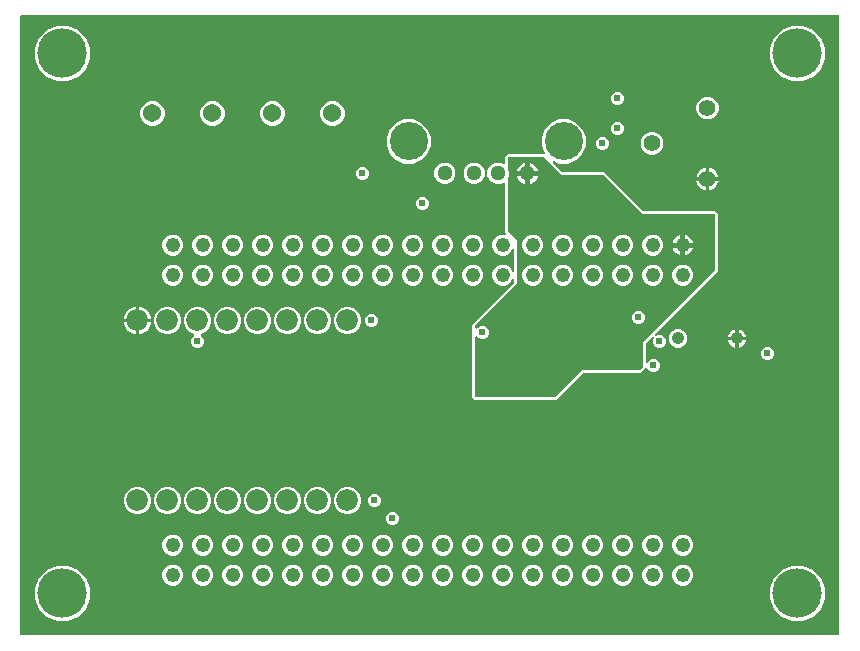
<source format=gbr>
G04 EAGLE Gerber RS-274X export*
G75*
%MOMM*%
%FSLAX34Y34*%
%LPD*%
%INCopper Layer 15*%
%IPPOS*%
%AMOC8*
5,1,8,0,0,1.08239X$1,22.5*%
G01*
%ADD10C,1.540000*%
%ADD11C,1.288000*%
%ADD12C,3.220000*%
%ADD13C,1.400000*%
%ADD14C,1.848000*%
%ADD15C,1.244600*%
%ADD16C,1.054800*%
%ADD17C,4.191000*%
%ADD18C,0.609600*%

G36*
X695018Y2544D02*
X695018Y2544D01*
X695037Y2542D01*
X695139Y2564D01*
X695241Y2580D01*
X695258Y2590D01*
X695278Y2594D01*
X695367Y2647D01*
X695458Y2696D01*
X695472Y2710D01*
X695489Y2720D01*
X695556Y2799D01*
X695628Y2874D01*
X695636Y2892D01*
X695649Y2907D01*
X695688Y3003D01*
X695731Y3097D01*
X695733Y3117D01*
X695741Y3135D01*
X695759Y3302D01*
X695759Y526798D01*
X695756Y526818D01*
X695758Y526837D01*
X695736Y526939D01*
X695720Y527041D01*
X695710Y527058D01*
X695706Y527078D01*
X695653Y527167D01*
X695604Y527258D01*
X695590Y527272D01*
X695580Y527289D01*
X695501Y527356D01*
X695426Y527428D01*
X695408Y527436D01*
X695393Y527449D01*
X695297Y527488D01*
X695203Y527531D01*
X695183Y527533D01*
X695165Y527541D01*
X694998Y527559D01*
X3302Y527559D01*
X3282Y527556D01*
X3263Y527558D01*
X3161Y527536D01*
X3059Y527520D01*
X3042Y527510D01*
X3022Y527506D01*
X2933Y527453D01*
X2842Y527404D01*
X2828Y527390D01*
X2811Y527380D01*
X2744Y527301D01*
X2672Y527226D01*
X2664Y527208D01*
X2651Y527193D01*
X2612Y527097D01*
X2569Y527003D01*
X2567Y526983D01*
X2559Y526965D01*
X2541Y526798D01*
X2541Y3302D01*
X2544Y3282D01*
X2542Y3263D01*
X2564Y3161D01*
X2580Y3059D01*
X2590Y3042D01*
X2594Y3022D01*
X2647Y2933D01*
X2696Y2842D01*
X2710Y2828D01*
X2720Y2811D01*
X2799Y2744D01*
X2874Y2672D01*
X2892Y2664D01*
X2907Y2651D01*
X3003Y2612D01*
X3097Y2569D01*
X3117Y2567D01*
X3135Y2559D01*
X3302Y2541D01*
X694998Y2541D01*
X695018Y2544D01*
G37*
%LPC*%
G36*
X387042Y201929D02*
X387042Y201929D01*
X384809Y204162D01*
X384809Y265738D01*
X420146Y301076D01*
X420199Y301149D01*
X420259Y301219D01*
X420271Y301249D01*
X420290Y301275D01*
X420317Y301362D01*
X420351Y301447D01*
X420355Y301488D01*
X420362Y301510D01*
X420361Y301543D01*
X420369Y301614D01*
X420369Y303975D01*
X420354Y304071D01*
X420344Y304168D01*
X420334Y304191D01*
X420330Y304217D01*
X420284Y304303D01*
X420244Y304392D01*
X420227Y304412D01*
X420214Y304435D01*
X420144Y304502D01*
X420078Y304573D01*
X420055Y304586D01*
X420036Y304604D01*
X419948Y304645D01*
X419862Y304692D01*
X419837Y304697D01*
X419813Y304708D01*
X419716Y304718D01*
X419620Y304736D01*
X419594Y304732D01*
X419569Y304735D01*
X419473Y304714D01*
X419377Y304700D01*
X419354Y304688D01*
X419328Y304682D01*
X419245Y304633D01*
X419158Y304588D01*
X419139Y304570D01*
X419117Y304556D01*
X419054Y304482D01*
X418986Y304413D01*
X418970Y304384D01*
X418957Y304369D01*
X418945Y304339D01*
X418905Y304266D01*
X418230Y302636D01*
X415764Y300170D01*
X412543Y298836D01*
X409057Y298836D01*
X405836Y300170D01*
X403370Y302636D01*
X402036Y305857D01*
X402036Y309343D01*
X403370Y312564D01*
X405836Y315030D01*
X409057Y316364D01*
X412543Y316364D01*
X415764Y315030D01*
X418230Y312564D01*
X418905Y310934D01*
X418956Y310851D01*
X419002Y310765D01*
X419020Y310747D01*
X419034Y310725D01*
X419110Y310663D01*
X419180Y310596D01*
X419204Y310585D01*
X419224Y310568D01*
X419315Y310533D01*
X419403Y310492D01*
X419429Y310489D01*
X419453Y310480D01*
X419551Y310476D01*
X419647Y310465D01*
X419673Y310471D01*
X419699Y310470D01*
X419793Y310497D01*
X419888Y310518D01*
X419910Y310531D01*
X419935Y310538D01*
X420015Y310594D01*
X420099Y310644D01*
X420116Y310664D01*
X420137Y310678D01*
X420196Y310757D01*
X420259Y310831D01*
X420269Y310855D01*
X420284Y310876D01*
X420314Y310968D01*
X420351Y311059D01*
X420354Y311091D01*
X420360Y311110D01*
X420360Y311143D01*
X420369Y311225D01*
X420369Y329375D01*
X420354Y329471D01*
X420344Y329568D01*
X420334Y329591D01*
X420330Y329617D01*
X420284Y329703D01*
X420244Y329792D01*
X420227Y329812D01*
X420214Y329835D01*
X420144Y329902D01*
X420078Y329973D01*
X420055Y329986D01*
X420036Y330004D01*
X419948Y330045D01*
X419862Y330092D01*
X419837Y330097D01*
X419813Y330108D01*
X419716Y330118D01*
X419620Y330136D01*
X419594Y330132D01*
X419569Y330135D01*
X419473Y330114D01*
X419377Y330100D01*
X419354Y330088D01*
X419328Y330082D01*
X419245Y330033D01*
X419158Y329988D01*
X419139Y329970D01*
X419117Y329956D01*
X419054Y329882D01*
X418986Y329813D01*
X418970Y329784D01*
X418957Y329769D01*
X418945Y329739D01*
X418905Y329666D01*
X418230Y328036D01*
X415764Y325570D01*
X412543Y324236D01*
X409057Y324236D01*
X405836Y325570D01*
X403370Y328036D01*
X402036Y331257D01*
X402036Y334743D01*
X403370Y337964D01*
X405836Y340430D01*
X409057Y341764D01*
X412543Y341764D01*
X412940Y341599D01*
X413035Y341577D01*
X413128Y341548D01*
X413154Y341549D01*
X413180Y341543D01*
X413277Y341552D01*
X413374Y341555D01*
X413399Y341564D01*
X413425Y341566D01*
X413514Y341606D01*
X413605Y341639D01*
X413626Y341655D01*
X413650Y341666D01*
X413721Y341732D01*
X413797Y341793D01*
X413811Y341815D01*
X413831Y341833D01*
X413877Y341918D01*
X413930Y342000D01*
X413937Y342025D01*
X413949Y342048D01*
X413967Y342144D01*
X413990Y342238D01*
X413988Y342264D01*
X413993Y342290D01*
X413979Y342387D01*
X413971Y342483D01*
X413961Y342508D01*
X413957Y342533D01*
X413913Y342620D01*
X413875Y342710D01*
X413854Y342735D01*
X413846Y342753D01*
X413822Y342776D01*
X413770Y342841D01*
X412749Y343862D01*
X412749Y385304D01*
X412742Y385350D01*
X412744Y385395D01*
X412722Y385470D01*
X412710Y385547D01*
X412688Y385588D01*
X412675Y385632D01*
X412631Y385696D01*
X412594Y385764D01*
X412561Y385796D01*
X412535Y385834D01*
X412473Y385880D01*
X412416Y385934D01*
X412374Y385953D01*
X412338Y385981D01*
X412264Y386005D01*
X412193Y386037D01*
X412147Y386043D01*
X412104Y386057D01*
X412026Y386056D01*
X411949Y386065D01*
X411904Y386055D01*
X411858Y386054D01*
X411726Y386016D01*
X411708Y386012D01*
X411704Y386010D01*
X411697Y386008D01*
X408586Y384719D01*
X405014Y384719D01*
X401713Y386087D01*
X399187Y388613D01*
X397819Y391914D01*
X397819Y395486D01*
X399187Y398787D01*
X401713Y401313D01*
X405014Y402681D01*
X408586Y402681D01*
X411697Y401392D01*
X411741Y401382D01*
X411783Y401363D01*
X411860Y401354D01*
X411936Y401336D01*
X411982Y401341D01*
X412027Y401335D01*
X412104Y401352D01*
X412181Y401359D01*
X412223Y401378D01*
X412268Y401388D01*
X412335Y401428D01*
X412406Y401459D01*
X412440Y401490D01*
X412479Y401514D01*
X412530Y401573D01*
X412587Y401626D01*
X412609Y401666D01*
X412639Y401701D01*
X412668Y401773D01*
X412705Y401841D01*
X412714Y401886D01*
X412731Y401929D01*
X412746Y402065D01*
X412749Y402083D01*
X412748Y402088D01*
X412749Y402096D01*
X412749Y407978D01*
X414982Y410211D01*
X445570Y410211D01*
X445616Y410218D01*
X445662Y410216D01*
X445736Y410238D01*
X445813Y410250D01*
X445854Y410272D01*
X445898Y410285D01*
X445962Y410329D01*
X446030Y410366D01*
X446062Y410399D01*
X446100Y410425D01*
X446146Y410488D01*
X446200Y410544D01*
X446219Y410586D01*
X446247Y410622D01*
X446271Y410696D01*
X446303Y410767D01*
X446309Y410813D01*
X446323Y410856D01*
X446322Y410934D01*
X446331Y411011D01*
X446321Y411056D01*
X446320Y411102D01*
X446282Y411234D01*
X446278Y411252D01*
X446276Y411256D01*
X446274Y411263D01*
X443859Y417092D01*
X443859Y424508D01*
X446697Y431359D01*
X451941Y436603D01*
X458792Y439441D01*
X466208Y439441D01*
X473059Y436603D01*
X478303Y431359D01*
X481141Y424508D01*
X481141Y417092D01*
X478303Y410241D01*
X473059Y404997D01*
X466208Y402159D01*
X458792Y402159D01*
X454369Y403991D01*
X454274Y404014D01*
X454181Y404042D01*
X454155Y404042D01*
X454129Y404048D01*
X454033Y404038D01*
X453935Y404036D01*
X453911Y404027D01*
X453885Y404024D01*
X453796Y403985D01*
X453704Y403951D01*
X453684Y403935D01*
X453660Y403924D01*
X453588Y403859D01*
X453512Y403798D01*
X453498Y403776D01*
X453479Y403758D01*
X453432Y403673D01*
X453379Y403591D01*
X453373Y403566D01*
X453360Y403543D01*
X453343Y403447D01*
X453319Y403352D01*
X453321Y403326D01*
X453316Y403301D01*
X453331Y403204D01*
X453338Y403107D01*
X453348Y403083D01*
X453352Y403057D01*
X453397Y402970D01*
X453435Y402881D01*
X453455Y402855D01*
X453464Y402838D01*
X453487Y402815D01*
X453539Y402750D01*
X461096Y395194D01*
X461169Y395141D01*
X461239Y395081D01*
X461269Y395069D01*
X461295Y395050D01*
X461382Y395023D01*
X461467Y394989D01*
X461508Y394985D01*
X461530Y394978D01*
X461563Y394979D01*
X461634Y394971D01*
X496878Y394971D01*
X529676Y362174D01*
X529749Y362121D01*
X529819Y362061D01*
X529849Y362049D01*
X529875Y362030D01*
X529962Y362003D01*
X530047Y361969D01*
X530088Y361965D01*
X530110Y361958D01*
X530143Y361959D01*
X530214Y361951D01*
X590858Y361951D01*
X593091Y359718D01*
X593091Y310842D01*
X572856Y290606D01*
X572855Y290606D01*
X539776Y257527D01*
X539720Y257448D01*
X539657Y257373D01*
X539648Y257349D01*
X539633Y257327D01*
X539604Y257234D01*
X539569Y257144D01*
X539568Y257117D01*
X539560Y257092D01*
X539563Y256995D01*
X539559Y256898D01*
X539566Y256873D01*
X539567Y256846D01*
X539600Y256755D01*
X539627Y256662D01*
X539642Y256640D01*
X539651Y256615D01*
X539712Y256539D01*
X539768Y256459D01*
X539789Y256444D01*
X539805Y256423D01*
X539887Y256371D01*
X539965Y256313D01*
X539990Y256305D01*
X540012Y256290D01*
X540106Y256267D01*
X540199Y256237D01*
X540225Y256237D01*
X540250Y256230D01*
X540347Y256238D01*
X540445Y256239D01*
X540476Y256248D01*
X540496Y256250D01*
X540526Y256262D01*
X540606Y256286D01*
X542448Y257049D01*
X544672Y257049D01*
X546726Y256198D01*
X548298Y254626D01*
X549149Y252572D01*
X549149Y250348D01*
X548298Y248294D01*
X546726Y246722D01*
X544672Y245871D01*
X542448Y245871D01*
X540394Y246722D01*
X538822Y248294D01*
X537971Y250348D01*
X537971Y252572D01*
X538734Y254414D01*
X538757Y254509D01*
X538785Y254602D01*
X538785Y254628D01*
X538791Y254653D01*
X538781Y254750D01*
X538779Y254848D01*
X538770Y254872D01*
X538767Y254898D01*
X538728Y254987D01*
X538694Y255079D01*
X538678Y255099D01*
X538667Y255123D01*
X538602Y255195D01*
X538541Y255271D01*
X538519Y255285D01*
X538501Y255304D01*
X538416Y255351D01*
X538334Y255404D01*
X538308Y255410D01*
X538286Y255423D01*
X538190Y255440D01*
X538095Y255464D01*
X538069Y255462D01*
X538043Y255466D01*
X537947Y255452D01*
X537850Y255445D01*
X537826Y255435D01*
X537800Y255431D01*
X537713Y255386D01*
X537624Y255348D01*
X537598Y255328D01*
X537581Y255319D01*
X537558Y255296D01*
X537493Y255244D01*
X532354Y250105D01*
X532301Y250031D01*
X532241Y249961D01*
X532229Y249931D01*
X532210Y249905D01*
X532183Y249818D01*
X532149Y249733D01*
X532145Y249692D01*
X532138Y249670D01*
X532139Y249638D01*
X532131Y249566D01*
X532131Y234243D01*
X532146Y234147D01*
X532156Y234050D01*
X532166Y234026D01*
X532170Y234000D01*
X532216Y233914D01*
X532256Y233825D01*
X532273Y233806D01*
X532286Y233782D01*
X532356Y233716D01*
X532422Y233644D01*
X532445Y233631D01*
X532464Y233613D01*
X532552Y233572D01*
X532638Y233525D01*
X532663Y233520D01*
X532687Y233509D01*
X532784Y233499D01*
X532880Y233481D01*
X532906Y233485D01*
X532931Y233482D01*
X533026Y233503D01*
X533123Y233517D01*
X533146Y233529D01*
X533172Y233535D01*
X533255Y233585D01*
X533342Y233629D01*
X533361Y233647D01*
X533383Y233661D01*
X533446Y233735D01*
X533514Y233804D01*
X533530Y233833D01*
X533543Y233848D01*
X533555Y233879D01*
X533595Y233951D01*
X533742Y234306D01*
X535314Y235878D01*
X537368Y236729D01*
X539592Y236729D01*
X541646Y235878D01*
X543218Y234306D01*
X544069Y232252D01*
X544069Y230028D01*
X543218Y227974D01*
X541646Y226402D01*
X539592Y225551D01*
X537368Y225551D01*
X535314Y226402D01*
X533742Y227974D01*
X533241Y229183D01*
X533217Y229223D01*
X533201Y229266D01*
X533153Y229326D01*
X533112Y229393D01*
X533076Y229422D01*
X533048Y229458D01*
X532982Y229500D01*
X532922Y229549D01*
X532879Y229566D01*
X532841Y229591D01*
X532765Y229610D01*
X532693Y229638D01*
X532647Y229639D01*
X532602Y229651D01*
X532525Y229645D01*
X532447Y229648D01*
X532403Y229635D01*
X532357Y229632D01*
X532285Y229601D01*
X532211Y229579D01*
X532173Y229553D01*
X532131Y229535D01*
X532024Y229450D01*
X532008Y229439D01*
X532005Y229435D01*
X532000Y229430D01*
X529814Y227244D01*
X527358Y224789D01*
X479414Y224789D01*
X479324Y224775D01*
X479233Y224767D01*
X479203Y224755D01*
X479171Y224750D01*
X479090Y224707D01*
X479006Y224671D01*
X478974Y224645D01*
X478954Y224634D01*
X478931Y224611D01*
X478876Y224566D01*
X456238Y201929D01*
X387042Y201929D01*
G37*
%LPD*%
G36*
X454758Y204483D02*
X454758Y204483D01*
X454857Y204486D01*
X454915Y204503D01*
X454976Y204511D01*
X455068Y204547D01*
X455163Y204575D01*
X455215Y204605D01*
X455271Y204628D01*
X455351Y204686D01*
X455437Y204736D01*
X455512Y204802D01*
X455529Y204814D01*
X455536Y204824D01*
X455558Y204843D01*
X478046Y227331D01*
X525780Y227331D01*
X525878Y227343D01*
X525977Y227346D01*
X526035Y227363D01*
X526096Y227371D01*
X526188Y227407D01*
X526283Y227435D01*
X526335Y227465D01*
X526391Y227488D01*
X526471Y227546D01*
X526557Y227596D01*
X526632Y227662D01*
X526649Y227674D01*
X526656Y227684D01*
X526678Y227703D01*
X529218Y230243D01*
X529278Y230321D01*
X529346Y230393D01*
X529371Y230438D01*
X529376Y230444D01*
X529380Y230452D01*
X529412Y230494D01*
X529452Y230585D01*
X529500Y230671D01*
X529515Y230730D01*
X529539Y230786D01*
X529554Y230884D01*
X529579Y230979D01*
X529585Y231079D01*
X529589Y231100D01*
X529587Y231112D01*
X529589Y231140D01*
X529589Y250934D01*
X590178Y311523D01*
X590238Y311601D01*
X590306Y311673D01*
X590335Y311726D01*
X590372Y311774D01*
X590412Y311865D01*
X590460Y311951D01*
X590475Y312010D01*
X590499Y312066D01*
X590514Y312164D01*
X590539Y312259D01*
X590545Y312359D01*
X590549Y312380D01*
X590547Y312392D01*
X590549Y312420D01*
X590549Y358140D01*
X590534Y358258D01*
X590527Y358377D01*
X590514Y358415D01*
X590509Y358456D01*
X590466Y358566D01*
X590429Y358679D01*
X590407Y358714D01*
X590392Y358751D01*
X590323Y358847D01*
X590259Y358948D01*
X590229Y358976D01*
X590206Y359009D01*
X590114Y359085D01*
X590027Y359166D01*
X589992Y359186D01*
X589961Y359211D01*
X589853Y359262D01*
X589749Y359320D01*
X589709Y359330D01*
X589673Y359347D01*
X589556Y359369D01*
X589441Y359399D01*
X589381Y359403D01*
X589361Y359407D01*
X589340Y359405D01*
X589280Y359409D01*
X528846Y359409D01*
X496198Y392058D01*
X496119Y392118D01*
X496047Y392186D01*
X495994Y392215D01*
X495946Y392252D01*
X495855Y392292D01*
X495769Y392340D01*
X495710Y392355D01*
X495654Y392379D01*
X495556Y392394D01*
X495461Y392419D01*
X495361Y392425D01*
X495340Y392429D01*
X495328Y392427D01*
X495300Y392429D01*
X460266Y392429D01*
X445398Y407298D01*
X445319Y407358D01*
X445247Y407426D01*
X445194Y407455D01*
X445146Y407492D01*
X445055Y407532D01*
X444969Y407580D01*
X444910Y407595D01*
X444854Y407619D01*
X444756Y407634D01*
X444661Y407659D01*
X444561Y407665D01*
X444540Y407669D01*
X444528Y407667D01*
X444500Y407669D01*
X416560Y407669D01*
X416442Y407654D01*
X416323Y407647D01*
X416285Y407634D01*
X416244Y407629D01*
X416134Y407586D01*
X416021Y407549D01*
X415986Y407527D01*
X415949Y407512D01*
X415853Y407443D01*
X415752Y407379D01*
X415724Y407349D01*
X415691Y407326D01*
X415616Y407234D01*
X415534Y407147D01*
X415514Y407112D01*
X415489Y407081D01*
X415438Y406973D01*
X415380Y406869D01*
X415370Y406829D01*
X415353Y406793D01*
X415331Y406676D01*
X415301Y406561D01*
X415297Y406501D01*
X415293Y406481D01*
X415295Y406460D01*
X415291Y406400D01*
X415291Y396922D01*
X415292Y396913D01*
X415291Y396903D01*
X415312Y396755D01*
X415331Y396606D01*
X415334Y396598D01*
X415335Y396588D01*
X415387Y396436D01*
X415781Y395486D01*
X415781Y391914D01*
X415387Y390964D01*
X415385Y390955D01*
X415380Y390947D01*
X415343Y390802D01*
X415303Y390657D01*
X415303Y390648D01*
X415301Y390639D01*
X415291Y390478D01*
X415291Y345440D01*
X415303Y345342D01*
X415306Y345243D01*
X415323Y345185D01*
X415331Y345124D01*
X415367Y345032D01*
X415395Y344937D01*
X415425Y344885D01*
X415448Y344829D01*
X415506Y344749D01*
X415556Y344663D01*
X415622Y344588D01*
X415634Y344571D01*
X415644Y344564D01*
X415663Y344543D01*
X422911Y337294D01*
X422911Y300246D01*
X387723Y265058D01*
X387662Y264979D01*
X387594Y264907D01*
X387565Y264854D01*
X387528Y264806D01*
X387488Y264715D01*
X387440Y264629D01*
X387425Y264570D01*
X387401Y264514D01*
X387386Y264416D01*
X387361Y264321D01*
X387355Y264221D01*
X387351Y264200D01*
X387353Y264188D01*
X387351Y264160D01*
X387351Y263699D01*
X387368Y263561D01*
X387381Y263422D01*
X387388Y263403D01*
X387391Y263383D01*
X387442Y263254D01*
X387489Y263123D01*
X387500Y263106D01*
X387508Y263087D01*
X387589Y262975D01*
X387667Y262860D01*
X387683Y262846D01*
X387694Y262830D01*
X387802Y262741D01*
X387906Y262649D01*
X387924Y262640D01*
X387939Y262627D01*
X388065Y262568D01*
X388189Y262505D01*
X388209Y262500D01*
X388227Y262492D01*
X388364Y262466D01*
X388499Y262435D01*
X388520Y262436D01*
X388540Y262432D01*
X388678Y262441D01*
X388817Y262445D01*
X388837Y262450D01*
X388857Y262452D01*
X388989Y262494D01*
X389123Y262533D01*
X389140Y262544D01*
X389159Y262550D01*
X389277Y262624D01*
X389397Y262695D01*
X389418Y262713D01*
X389428Y262720D01*
X389442Y262735D01*
X389518Y262801D01*
X390534Y263818D01*
X392588Y264669D01*
X394812Y264669D01*
X396866Y263818D01*
X398438Y262246D01*
X399289Y260192D01*
X399289Y257968D01*
X398438Y255914D01*
X396866Y254342D01*
X394812Y253491D01*
X392588Y253491D01*
X390534Y254342D01*
X389518Y255359D01*
X389408Y255444D01*
X389301Y255533D01*
X389282Y255541D01*
X389266Y255554D01*
X389139Y255609D01*
X389013Y255668D01*
X388993Y255672D01*
X388974Y255680D01*
X388836Y255702D01*
X388701Y255728D01*
X388680Y255727D01*
X388660Y255730D01*
X388521Y255717D01*
X388383Y255708D01*
X388364Y255702D01*
X388344Y255700D01*
X388212Y255653D01*
X388081Y255610D01*
X388063Y255599D01*
X388044Y255593D01*
X387929Y255514D01*
X387812Y255440D01*
X387798Y255425D01*
X387781Y255414D01*
X387689Y255310D01*
X387594Y255208D01*
X387584Y255191D01*
X387571Y255176D01*
X387508Y255052D01*
X387440Y254930D01*
X387435Y254910D01*
X387426Y254892D01*
X387396Y254756D01*
X387361Y254622D01*
X387359Y254594D01*
X387357Y254582D01*
X387357Y254562D01*
X387351Y254461D01*
X387351Y205740D01*
X387366Y205622D01*
X387373Y205503D01*
X387386Y205465D01*
X387391Y205424D01*
X387434Y205314D01*
X387471Y205201D01*
X387493Y205166D01*
X387508Y205129D01*
X387578Y205033D01*
X387641Y204932D01*
X387671Y204904D01*
X387694Y204871D01*
X387786Y204796D01*
X387873Y204714D01*
X387908Y204694D01*
X387939Y204669D01*
X388047Y204618D01*
X388151Y204560D01*
X388191Y204550D01*
X388227Y204533D01*
X388344Y204511D01*
X388459Y204481D01*
X388520Y204477D01*
X388540Y204473D01*
X388560Y204475D01*
X388620Y204471D01*
X454660Y204471D01*
X454758Y204483D01*
G37*
%LPC*%
G36*
X655726Y14604D02*
X655726Y14604D01*
X647091Y18181D01*
X640481Y24791D01*
X636904Y33426D01*
X636904Y42774D01*
X640481Y51409D01*
X647091Y58019D01*
X655726Y61596D01*
X665074Y61596D01*
X673709Y58019D01*
X680319Y51409D01*
X683896Y42774D01*
X683896Y33426D01*
X680319Y24791D01*
X673709Y18181D01*
X665074Y14604D01*
X655726Y14604D01*
G37*
%LPD*%
%LPC*%
G36*
X33426Y14604D02*
X33426Y14604D01*
X24791Y18181D01*
X18181Y24791D01*
X14604Y33426D01*
X14604Y42774D01*
X18181Y51409D01*
X24791Y58019D01*
X33426Y61596D01*
X42774Y61596D01*
X51409Y58019D01*
X58019Y51409D01*
X61596Y42774D01*
X61596Y33426D01*
X58019Y24791D01*
X51409Y18181D01*
X42774Y14604D01*
X33426Y14604D01*
G37*
%LPD*%
%LPC*%
G36*
X33426Y471804D02*
X33426Y471804D01*
X24791Y475381D01*
X18181Y481991D01*
X14604Y490626D01*
X14604Y499974D01*
X18181Y508609D01*
X24791Y515219D01*
X33426Y518796D01*
X42774Y518796D01*
X51409Y515219D01*
X58019Y508609D01*
X61596Y499974D01*
X61596Y490626D01*
X58019Y481991D01*
X51409Y475381D01*
X42774Y471804D01*
X33426Y471804D01*
G37*
%LPD*%
%LPC*%
G36*
X655726Y471804D02*
X655726Y471804D01*
X647091Y475381D01*
X640481Y481991D01*
X636904Y490626D01*
X636904Y499974D01*
X640481Y508609D01*
X647091Y515219D01*
X655726Y518796D01*
X665074Y518796D01*
X673709Y515219D01*
X680319Y508609D01*
X683896Y499974D01*
X683896Y490626D01*
X680319Y481991D01*
X673709Y475381D01*
X665074Y471804D01*
X655726Y471804D01*
G37*
%LPD*%
%LPC*%
G36*
X327392Y402159D02*
X327392Y402159D01*
X320541Y404997D01*
X315297Y410241D01*
X312459Y417092D01*
X312459Y424508D01*
X315297Y431359D01*
X320541Y436603D01*
X327392Y439441D01*
X334808Y439441D01*
X341659Y436603D01*
X346903Y431359D01*
X349741Y424508D01*
X349741Y417092D01*
X346903Y410241D01*
X341659Y404997D01*
X334808Y402159D01*
X327392Y402159D01*
G37*
%LPD*%
%LPC*%
G36*
X151288Y245871D02*
X151288Y245871D01*
X149234Y246722D01*
X147662Y248294D01*
X146811Y250348D01*
X146811Y252572D01*
X147662Y254626D01*
X149234Y256198D01*
X149470Y256296D01*
X149531Y256333D01*
X149597Y256363D01*
X149635Y256398D01*
X149679Y256425D01*
X149725Y256480D01*
X149778Y256529D01*
X149803Y256575D01*
X149836Y256615D01*
X149862Y256682D01*
X149896Y256744D01*
X149906Y256796D01*
X149924Y256844D01*
X149927Y256916D01*
X149940Y256987D01*
X149932Y257038D01*
X149935Y257090D01*
X149915Y257159D01*
X149904Y257230D01*
X149881Y257276D01*
X149866Y257326D01*
X149825Y257385D01*
X149793Y257449D01*
X149756Y257486D01*
X149726Y257528D01*
X149668Y257571D01*
X149617Y257621D01*
X149554Y257656D01*
X149528Y257675D01*
X149506Y257682D01*
X149470Y257702D01*
X145727Y259253D01*
X142413Y262567D01*
X140619Y266897D01*
X140619Y271583D01*
X142413Y275913D01*
X145727Y279227D01*
X150057Y281021D01*
X154743Y281021D01*
X159073Y279227D01*
X162387Y275913D01*
X164181Y271583D01*
X164181Y266897D01*
X162387Y262567D01*
X159073Y259253D01*
X155330Y257702D01*
X155269Y257664D01*
X155203Y257635D01*
X155165Y257600D01*
X155121Y257573D01*
X155075Y257517D01*
X155022Y257469D01*
X154997Y257423D01*
X154964Y257383D01*
X154938Y257316D01*
X154904Y257253D01*
X154894Y257202D01*
X154876Y257154D01*
X154873Y257082D01*
X154860Y257011D01*
X154868Y256960D01*
X154865Y256908D01*
X154885Y256839D01*
X154896Y256768D01*
X154919Y256722D01*
X154934Y256672D01*
X154975Y256613D01*
X155007Y256549D01*
X155044Y256512D01*
X155074Y256469D01*
X155132Y256427D01*
X155183Y256376D01*
X155246Y256342D01*
X155272Y256323D01*
X155294Y256315D01*
X155330Y256296D01*
X155566Y256198D01*
X157138Y254626D01*
X157989Y252572D01*
X157989Y250348D01*
X157138Y248294D01*
X155566Y246722D01*
X153512Y245871D01*
X151288Y245871D01*
G37*
%LPD*%
%LPC*%
G36*
X124657Y257459D02*
X124657Y257459D01*
X120327Y259253D01*
X117013Y262567D01*
X115219Y266897D01*
X115219Y271583D01*
X117013Y275913D01*
X120327Y279227D01*
X124657Y281021D01*
X129343Y281021D01*
X133673Y279227D01*
X136987Y275913D01*
X138781Y271583D01*
X138781Y266897D01*
X136987Y262567D01*
X133673Y259253D01*
X129343Y257459D01*
X124657Y257459D01*
G37*
%LPD*%
%LPC*%
G36*
X277057Y105059D02*
X277057Y105059D01*
X272727Y106853D01*
X269413Y110167D01*
X267619Y114497D01*
X267619Y119183D01*
X269413Y123513D01*
X272727Y126827D01*
X277057Y128621D01*
X281743Y128621D01*
X286073Y126827D01*
X289387Y123513D01*
X291181Y119183D01*
X291181Y114497D01*
X289387Y110167D01*
X286073Y106853D01*
X281743Y105059D01*
X277057Y105059D01*
G37*
%LPD*%
%LPC*%
G36*
X200857Y257459D02*
X200857Y257459D01*
X196527Y259253D01*
X193213Y262567D01*
X191419Y266897D01*
X191419Y271583D01*
X193213Y275913D01*
X196527Y279227D01*
X200857Y281021D01*
X205543Y281021D01*
X209873Y279227D01*
X213187Y275913D01*
X214981Y271583D01*
X214981Y266897D01*
X213187Y262567D01*
X209873Y259253D01*
X205543Y257459D01*
X200857Y257459D01*
G37*
%LPD*%
%LPC*%
G36*
X124657Y105059D02*
X124657Y105059D01*
X120327Y106853D01*
X117013Y110167D01*
X115219Y114497D01*
X115219Y119183D01*
X117013Y123513D01*
X120327Y126827D01*
X124657Y128621D01*
X129343Y128621D01*
X133673Y126827D01*
X136987Y123513D01*
X138781Y119183D01*
X138781Y114497D01*
X136987Y110167D01*
X133673Y106853D01*
X129343Y105059D01*
X124657Y105059D01*
G37*
%LPD*%
%LPC*%
G36*
X150057Y105059D02*
X150057Y105059D01*
X145727Y106853D01*
X142413Y110167D01*
X140619Y114497D01*
X140619Y119183D01*
X142413Y123513D01*
X145727Y126827D01*
X150057Y128621D01*
X154743Y128621D01*
X159073Y126827D01*
X162387Y123513D01*
X164181Y119183D01*
X164181Y114497D01*
X162387Y110167D01*
X159073Y106853D01*
X154743Y105059D01*
X150057Y105059D01*
G37*
%LPD*%
%LPC*%
G36*
X226257Y257459D02*
X226257Y257459D01*
X221927Y259253D01*
X218613Y262567D01*
X216819Y266897D01*
X216819Y271583D01*
X218613Y275913D01*
X221927Y279227D01*
X226257Y281021D01*
X230943Y281021D01*
X235273Y279227D01*
X238587Y275913D01*
X240381Y271583D01*
X240381Y266897D01*
X238587Y262567D01*
X235273Y259253D01*
X230943Y257459D01*
X226257Y257459D01*
G37*
%LPD*%
%LPC*%
G36*
X175457Y105059D02*
X175457Y105059D01*
X171127Y106853D01*
X167813Y110167D01*
X166019Y114497D01*
X166019Y119183D01*
X167813Y123513D01*
X171127Y126827D01*
X175457Y128621D01*
X180143Y128621D01*
X184473Y126827D01*
X187787Y123513D01*
X189581Y119183D01*
X189581Y114497D01*
X187787Y110167D01*
X184473Y106853D01*
X180143Y105059D01*
X175457Y105059D01*
G37*
%LPD*%
%LPC*%
G36*
X200857Y105059D02*
X200857Y105059D01*
X196527Y106853D01*
X193213Y110167D01*
X191419Y114497D01*
X191419Y119183D01*
X193213Y123513D01*
X196527Y126827D01*
X200857Y128621D01*
X205543Y128621D01*
X209873Y126827D01*
X213187Y123513D01*
X214981Y119183D01*
X214981Y114497D01*
X213187Y110167D01*
X209873Y106853D01*
X205543Y105059D01*
X200857Y105059D01*
G37*
%LPD*%
%LPC*%
G36*
X226257Y105059D02*
X226257Y105059D01*
X221927Y106853D01*
X218613Y110167D01*
X216819Y114497D01*
X216819Y119183D01*
X218613Y123513D01*
X221927Y126827D01*
X226257Y128621D01*
X230943Y128621D01*
X235273Y126827D01*
X238587Y123513D01*
X240381Y119183D01*
X240381Y114497D01*
X238587Y110167D01*
X235273Y106853D01*
X230943Y105059D01*
X226257Y105059D01*
G37*
%LPD*%
%LPC*%
G36*
X175457Y257459D02*
X175457Y257459D01*
X171127Y259253D01*
X167813Y262567D01*
X166019Y266897D01*
X166019Y271583D01*
X167813Y275913D01*
X171127Y279227D01*
X175457Y281021D01*
X180143Y281021D01*
X184473Y279227D01*
X187787Y275913D01*
X189581Y271583D01*
X189581Y266897D01*
X187787Y262567D01*
X184473Y259253D01*
X180143Y257459D01*
X175457Y257459D01*
G37*
%LPD*%
%LPC*%
G36*
X251657Y105059D02*
X251657Y105059D01*
X247327Y106853D01*
X244013Y110167D01*
X242219Y114497D01*
X242219Y119183D01*
X244013Y123513D01*
X247327Y126827D01*
X251657Y128621D01*
X256343Y128621D01*
X260673Y126827D01*
X263987Y123513D01*
X265781Y119183D01*
X265781Y114497D01*
X263987Y110167D01*
X260673Y106853D01*
X256343Y105059D01*
X251657Y105059D01*
G37*
%LPD*%
%LPC*%
G36*
X99257Y105059D02*
X99257Y105059D01*
X94927Y106853D01*
X91613Y110167D01*
X89819Y114497D01*
X89819Y119183D01*
X91613Y123513D01*
X94927Y126827D01*
X99257Y128621D01*
X103943Y128621D01*
X108273Y126827D01*
X111587Y123513D01*
X113381Y119183D01*
X113381Y114497D01*
X111587Y110167D01*
X108273Y106853D01*
X103943Y105059D01*
X99257Y105059D01*
G37*
%LPD*%
%LPC*%
G36*
X277057Y257459D02*
X277057Y257459D01*
X272727Y259253D01*
X269413Y262567D01*
X267619Y266897D01*
X267619Y271583D01*
X269413Y275913D01*
X272727Y279227D01*
X277057Y281021D01*
X281743Y281021D01*
X286073Y279227D01*
X289387Y275913D01*
X291181Y271583D01*
X291181Y266897D01*
X289387Y262567D01*
X286073Y259253D01*
X281743Y257459D01*
X277057Y257459D01*
G37*
%LPD*%
%LPC*%
G36*
X251657Y257459D02*
X251657Y257459D01*
X247327Y259253D01*
X244013Y262567D01*
X242219Y266897D01*
X242219Y271583D01*
X244013Y275913D01*
X247327Y279227D01*
X251657Y281021D01*
X256343Y281021D01*
X260673Y279227D01*
X263987Y275913D01*
X265781Y271583D01*
X265781Y266897D01*
X263987Y262567D01*
X260673Y259253D01*
X256343Y257459D01*
X251657Y257459D01*
G37*
%LPD*%
%LPC*%
G36*
X163063Y434259D02*
X163063Y434259D01*
X159299Y435818D01*
X156418Y438699D01*
X154859Y442463D01*
X154859Y446537D01*
X156418Y450301D01*
X159299Y453182D01*
X163063Y454741D01*
X167137Y454741D01*
X170901Y453182D01*
X173782Y450301D01*
X175341Y446537D01*
X175341Y442463D01*
X173782Y438699D01*
X170901Y435818D01*
X167137Y434259D01*
X163063Y434259D01*
G37*
%LPD*%
%LPC*%
G36*
X264663Y434259D02*
X264663Y434259D01*
X260899Y435818D01*
X258018Y438699D01*
X256459Y442463D01*
X256459Y446537D01*
X258018Y450301D01*
X260899Y453182D01*
X264663Y454741D01*
X268737Y454741D01*
X272501Y453182D01*
X275382Y450301D01*
X276941Y446537D01*
X276941Y442463D01*
X275382Y438699D01*
X272501Y435818D01*
X268737Y434259D01*
X264663Y434259D01*
G37*
%LPD*%
%LPC*%
G36*
X112263Y434259D02*
X112263Y434259D01*
X108499Y435818D01*
X105618Y438699D01*
X104059Y442463D01*
X104059Y446537D01*
X105618Y450301D01*
X108499Y453182D01*
X112263Y454741D01*
X116337Y454741D01*
X120101Y453182D01*
X122982Y450301D01*
X124541Y446537D01*
X124541Y442463D01*
X122982Y438699D01*
X120101Y435818D01*
X116337Y434259D01*
X112263Y434259D01*
G37*
%LPD*%
%LPC*%
G36*
X213863Y434259D02*
X213863Y434259D01*
X210099Y435818D01*
X207218Y438699D01*
X205659Y442463D01*
X205659Y446537D01*
X207218Y450301D01*
X210099Y453182D01*
X213863Y454741D01*
X217937Y454741D01*
X221701Y453182D01*
X224582Y450301D01*
X226141Y446537D01*
X226141Y442463D01*
X224582Y438699D01*
X221701Y435818D01*
X217937Y434259D01*
X213863Y434259D01*
G37*
%LPD*%
%LPC*%
G36*
X582302Y439559D02*
X582302Y439559D01*
X578796Y441012D01*
X576112Y443696D01*
X574659Y447202D01*
X574659Y450998D01*
X576112Y454504D01*
X578796Y457188D01*
X582302Y458641D01*
X586098Y458641D01*
X589604Y457188D01*
X592288Y454504D01*
X593741Y450998D01*
X593741Y447202D01*
X592288Y443696D01*
X589604Y441012D01*
X586098Y439559D01*
X582302Y439559D01*
G37*
%LPD*%
%LPC*%
G36*
X535302Y409559D02*
X535302Y409559D01*
X531796Y411012D01*
X529112Y413696D01*
X527659Y417202D01*
X527659Y420998D01*
X529112Y424504D01*
X531796Y427188D01*
X535302Y428641D01*
X539098Y428641D01*
X542604Y427188D01*
X545288Y424504D01*
X546741Y420998D01*
X546741Y417202D01*
X545288Y413696D01*
X542604Y411012D01*
X539098Y409559D01*
X535302Y409559D01*
G37*
%LPD*%
%LPC*%
G36*
X360014Y384719D02*
X360014Y384719D01*
X356713Y386087D01*
X354187Y388613D01*
X352819Y391914D01*
X352819Y395486D01*
X354187Y398787D01*
X356713Y401313D01*
X360014Y402681D01*
X363586Y402681D01*
X366887Y401313D01*
X369413Y398787D01*
X370781Y395486D01*
X370781Y391914D01*
X369413Y388613D01*
X366887Y386087D01*
X363586Y384719D01*
X360014Y384719D01*
G37*
%LPD*%
%LPC*%
G36*
X385014Y384719D02*
X385014Y384719D01*
X381713Y386087D01*
X379187Y388613D01*
X377819Y391914D01*
X377819Y395486D01*
X379187Y398787D01*
X381713Y401313D01*
X385014Y402681D01*
X388586Y402681D01*
X391887Y401313D01*
X394413Y398787D01*
X395781Y395486D01*
X395781Y391914D01*
X394413Y388613D01*
X391887Y386087D01*
X388586Y384719D01*
X385014Y384719D01*
G37*
%LPD*%
%LPC*%
G36*
X434457Y298836D02*
X434457Y298836D01*
X431236Y300170D01*
X428770Y302636D01*
X427436Y305857D01*
X427436Y309343D01*
X428770Y312564D01*
X431236Y315030D01*
X434457Y316364D01*
X437943Y316364D01*
X441164Y315030D01*
X443630Y312564D01*
X444964Y309343D01*
X444964Y305857D01*
X443630Y302636D01*
X441164Y300170D01*
X437943Y298836D01*
X434457Y298836D01*
G37*
%LPD*%
%LPC*%
G36*
X459857Y298836D02*
X459857Y298836D01*
X456636Y300170D01*
X454170Y302636D01*
X452836Y305857D01*
X452836Y309343D01*
X454170Y312564D01*
X456636Y315030D01*
X459857Y316364D01*
X463343Y316364D01*
X466564Y315030D01*
X469030Y312564D01*
X470364Y309343D01*
X470364Y305857D01*
X469030Y302636D01*
X466564Y300170D01*
X463343Y298836D01*
X459857Y298836D01*
G37*
%LPD*%
%LPC*%
G36*
X485257Y298836D02*
X485257Y298836D01*
X482036Y300170D01*
X479570Y302636D01*
X478236Y305857D01*
X478236Y309343D01*
X479570Y312564D01*
X482036Y315030D01*
X485257Y316364D01*
X488743Y316364D01*
X491964Y315030D01*
X494430Y312564D01*
X495764Y309343D01*
X495764Y305857D01*
X494430Y302636D01*
X491964Y300170D01*
X488743Y298836D01*
X485257Y298836D01*
G37*
%LPD*%
%LPC*%
G36*
X510657Y298836D02*
X510657Y298836D01*
X507436Y300170D01*
X504970Y302636D01*
X503636Y305857D01*
X503636Y309343D01*
X504970Y312564D01*
X507436Y315030D01*
X510657Y316364D01*
X514143Y316364D01*
X517364Y315030D01*
X519830Y312564D01*
X521164Y309343D01*
X521164Y305857D01*
X519830Y302636D01*
X517364Y300170D01*
X514143Y298836D01*
X510657Y298836D01*
G37*
%LPD*%
%LPC*%
G36*
X536057Y298836D02*
X536057Y298836D01*
X532836Y300170D01*
X530370Y302636D01*
X529036Y305857D01*
X529036Y309343D01*
X530370Y312564D01*
X532836Y315030D01*
X536057Y316364D01*
X539543Y316364D01*
X542764Y315030D01*
X545230Y312564D01*
X546564Y309343D01*
X546564Y305857D01*
X545230Y302636D01*
X542764Y300170D01*
X539543Y298836D01*
X536057Y298836D01*
G37*
%LPD*%
%LPC*%
G36*
X561457Y298836D02*
X561457Y298836D01*
X558236Y300170D01*
X555770Y302636D01*
X554436Y305857D01*
X554436Y309343D01*
X555770Y312564D01*
X558236Y315030D01*
X561457Y316364D01*
X564943Y316364D01*
X568164Y315030D01*
X570630Y312564D01*
X571964Y309343D01*
X571964Y305857D01*
X570630Y302636D01*
X568164Y300170D01*
X564943Y298836D01*
X561457Y298836D01*
G37*
%LPD*%
%LPC*%
G36*
X434457Y324236D02*
X434457Y324236D01*
X431236Y325570D01*
X428770Y328036D01*
X427436Y331257D01*
X427436Y334743D01*
X428770Y337964D01*
X431236Y340430D01*
X434457Y341764D01*
X437943Y341764D01*
X441164Y340430D01*
X443630Y337964D01*
X444964Y334743D01*
X444964Y331257D01*
X443630Y328036D01*
X441164Y325570D01*
X437943Y324236D01*
X434457Y324236D01*
G37*
%LPD*%
%LPC*%
G36*
X459857Y324236D02*
X459857Y324236D01*
X456636Y325570D01*
X454170Y328036D01*
X452836Y331257D01*
X452836Y334743D01*
X454170Y337964D01*
X456636Y340430D01*
X459857Y341764D01*
X463343Y341764D01*
X466564Y340430D01*
X469030Y337964D01*
X470364Y334743D01*
X470364Y331257D01*
X469030Y328036D01*
X466564Y325570D01*
X463343Y324236D01*
X459857Y324236D01*
G37*
%LPD*%
%LPC*%
G36*
X536057Y324236D02*
X536057Y324236D01*
X532836Y325570D01*
X530370Y328036D01*
X529036Y331257D01*
X529036Y334743D01*
X530370Y337964D01*
X532836Y340430D01*
X536057Y341764D01*
X539543Y341764D01*
X542764Y340430D01*
X545230Y337964D01*
X546564Y334743D01*
X546564Y331257D01*
X545230Y328036D01*
X542764Y325570D01*
X539543Y324236D01*
X536057Y324236D01*
G37*
%LPD*%
%LPC*%
G36*
X510657Y324236D02*
X510657Y324236D01*
X507436Y325570D01*
X504970Y328036D01*
X503636Y331257D01*
X503636Y334743D01*
X504970Y337964D01*
X507436Y340430D01*
X510657Y341764D01*
X514143Y341764D01*
X517364Y340430D01*
X519830Y337964D01*
X521164Y334743D01*
X521164Y331257D01*
X519830Y328036D01*
X517364Y325570D01*
X514143Y324236D01*
X510657Y324236D01*
G37*
%LPD*%
%LPC*%
G36*
X485257Y324236D02*
X485257Y324236D01*
X482036Y325570D01*
X479570Y328036D01*
X478236Y331257D01*
X478236Y334743D01*
X479570Y337964D01*
X482036Y340430D01*
X485257Y341764D01*
X488743Y341764D01*
X491964Y340430D01*
X494430Y337964D01*
X495764Y334743D01*
X495764Y331257D01*
X494430Y328036D01*
X491964Y325570D01*
X488743Y324236D01*
X485257Y324236D01*
G37*
%LPD*%
%LPC*%
G36*
X155057Y324236D02*
X155057Y324236D01*
X151836Y325570D01*
X149370Y328036D01*
X148036Y331257D01*
X148036Y334743D01*
X149370Y337964D01*
X151836Y340430D01*
X155057Y341764D01*
X158543Y341764D01*
X161764Y340430D01*
X164230Y337964D01*
X165564Y334743D01*
X165564Y331257D01*
X164230Y328036D01*
X161764Y325570D01*
X158543Y324236D01*
X155057Y324236D01*
G37*
%LPD*%
%LPC*%
G36*
X180457Y324236D02*
X180457Y324236D01*
X177236Y325570D01*
X174770Y328036D01*
X173436Y331257D01*
X173436Y334743D01*
X174770Y337964D01*
X177236Y340430D01*
X180457Y341764D01*
X183943Y341764D01*
X187164Y340430D01*
X189630Y337964D01*
X190964Y334743D01*
X190964Y331257D01*
X189630Y328036D01*
X187164Y325570D01*
X183943Y324236D01*
X180457Y324236D01*
G37*
%LPD*%
%LPC*%
G36*
X205857Y70236D02*
X205857Y70236D01*
X202636Y71570D01*
X200170Y74036D01*
X198836Y77257D01*
X198836Y80743D01*
X200170Y83964D01*
X202636Y86430D01*
X205857Y87764D01*
X209343Y87764D01*
X212564Y86430D01*
X215030Y83964D01*
X216364Y80743D01*
X216364Y77257D01*
X215030Y74036D01*
X212564Y71570D01*
X209343Y70236D01*
X205857Y70236D01*
G37*
%LPD*%
%LPC*%
G36*
X155057Y44836D02*
X155057Y44836D01*
X151836Y46170D01*
X149370Y48636D01*
X148036Y51857D01*
X148036Y55343D01*
X149370Y58564D01*
X151836Y61030D01*
X155057Y62364D01*
X158543Y62364D01*
X161764Y61030D01*
X164230Y58564D01*
X165564Y55343D01*
X165564Y51857D01*
X164230Y48636D01*
X161764Y46170D01*
X158543Y44836D01*
X155057Y44836D01*
G37*
%LPD*%
%LPC*%
G36*
X180457Y44836D02*
X180457Y44836D01*
X177236Y46170D01*
X174770Y48636D01*
X173436Y51857D01*
X173436Y55343D01*
X174770Y58564D01*
X177236Y61030D01*
X180457Y62364D01*
X183943Y62364D01*
X187164Y61030D01*
X189630Y58564D01*
X190964Y55343D01*
X190964Y51857D01*
X189630Y48636D01*
X187164Y46170D01*
X183943Y44836D01*
X180457Y44836D01*
G37*
%LPD*%
%LPC*%
G36*
X205857Y44836D02*
X205857Y44836D01*
X202636Y46170D01*
X200170Y48636D01*
X198836Y51857D01*
X198836Y55343D01*
X200170Y58564D01*
X202636Y61030D01*
X205857Y62364D01*
X209343Y62364D01*
X212564Y61030D01*
X215030Y58564D01*
X216364Y55343D01*
X216364Y51857D01*
X215030Y48636D01*
X212564Y46170D01*
X209343Y44836D01*
X205857Y44836D01*
G37*
%LPD*%
%LPC*%
G36*
X129657Y298836D02*
X129657Y298836D01*
X126436Y300170D01*
X123970Y302636D01*
X122636Y305857D01*
X122636Y309343D01*
X123970Y312564D01*
X126436Y315030D01*
X129657Y316364D01*
X133143Y316364D01*
X136364Y315030D01*
X138830Y312564D01*
X140164Y309343D01*
X140164Y305857D01*
X138830Y302636D01*
X136364Y300170D01*
X133143Y298836D01*
X129657Y298836D01*
G37*
%LPD*%
%LPC*%
G36*
X231257Y298836D02*
X231257Y298836D01*
X228036Y300170D01*
X225570Y302636D01*
X224236Y305857D01*
X224236Y309343D01*
X225570Y312564D01*
X228036Y315030D01*
X231257Y316364D01*
X234743Y316364D01*
X237964Y315030D01*
X240430Y312564D01*
X241764Y309343D01*
X241764Y305857D01*
X240430Y302636D01*
X237964Y300170D01*
X234743Y298836D01*
X231257Y298836D01*
G37*
%LPD*%
%LPC*%
G36*
X256657Y298836D02*
X256657Y298836D01*
X253436Y300170D01*
X250970Y302636D01*
X249636Y305857D01*
X249636Y309343D01*
X250970Y312564D01*
X253436Y315030D01*
X256657Y316364D01*
X260143Y316364D01*
X263364Y315030D01*
X265830Y312564D01*
X267164Y309343D01*
X267164Y305857D01*
X265830Y302636D01*
X263364Y300170D01*
X260143Y298836D01*
X256657Y298836D01*
G37*
%LPD*%
%LPC*%
G36*
X282057Y298836D02*
X282057Y298836D01*
X278836Y300170D01*
X276370Y302636D01*
X275036Y305857D01*
X275036Y309343D01*
X276370Y312564D01*
X278836Y315030D01*
X282057Y316364D01*
X285543Y316364D01*
X288764Y315030D01*
X291230Y312564D01*
X292564Y309343D01*
X292564Y305857D01*
X291230Y302636D01*
X288764Y300170D01*
X285543Y298836D01*
X282057Y298836D01*
G37*
%LPD*%
%LPC*%
G36*
X307457Y298836D02*
X307457Y298836D01*
X304236Y300170D01*
X301770Y302636D01*
X300436Y305857D01*
X300436Y309343D01*
X301770Y312564D01*
X304236Y315030D01*
X307457Y316364D01*
X310943Y316364D01*
X314164Y315030D01*
X316630Y312564D01*
X317964Y309343D01*
X317964Y305857D01*
X316630Y302636D01*
X314164Y300170D01*
X310943Y298836D01*
X307457Y298836D01*
G37*
%LPD*%
%LPC*%
G36*
X332857Y298836D02*
X332857Y298836D01*
X329636Y300170D01*
X327170Y302636D01*
X325836Y305857D01*
X325836Y309343D01*
X327170Y312564D01*
X329636Y315030D01*
X332857Y316364D01*
X336343Y316364D01*
X339564Y315030D01*
X342030Y312564D01*
X343364Y309343D01*
X343364Y305857D01*
X342030Y302636D01*
X339564Y300170D01*
X336343Y298836D01*
X332857Y298836D01*
G37*
%LPD*%
%LPC*%
G36*
X358257Y298836D02*
X358257Y298836D01*
X355036Y300170D01*
X352570Y302636D01*
X351236Y305857D01*
X351236Y309343D01*
X352570Y312564D01*
X355036Y315030D01*
X358257Y316364D01*
X361743Y316364D01*
X364964Y315030D01*
X367430Y312564D01*
X368764Y309343D01*
X368764Y305857D01*
X367430Y302636D01*
X364964Y300170D01*
X361743Y298836D01*
X358257Y298836D01*
G37*
%LPD*%
%LPC*%
G36*
X205857Y324236D02*
X205857Y324236D01*
X202636Y325570D01*
X200170Y328036D01*
X198836Y331257D01*
X198836Y334743D01*
X200170Y337964D01*
X202636Y340430D01*
X205857Y341764D01*
X209343Y341764D01*
X212564Y340430D01*
X215030Y337964D01*
X216364Y334743D01*
X216364Y331257D01*
X215030Y328036D01*
X212564Y325570D01*
X209343Y324236D01*
X205857Y324236D01*
G37*
%LPD*%
%LPC*%
G36*
X205857Y298836D02*
X205857Y298836D01*
X202636Y300170D01*
X200170Y302636D01*
X198836Y305857D01*
X198836Y309343D01*
X200170Y312564D01*
X202636Y315030D01*
X205857Y316364D01*
X209343Y316364D01*
X212564Y315030D01*
X215030Y312564D01*
X216364Y309343D01*
X216364Y305857D01*
X215030Y302636D01*
X212564Y300170D01*
X209343Y298836D01*
X205857Y298836D01*
G37*
%LPD*%
%LPC*%
G36*
X231257Y324236D02*
X231257Y324236D01*
X228036Y325570D01*
X225570Y328036D01*
X224236Y331257D01*
X224236Y334743D01*
X225570Y337964D01*
X228036Y340430D01*
X231257Y341764D01*
X234743Y341764D01*
X237964Y340430D01*
X240430Y337964D01*
X241764Y334743D01*
X241764Y331257D01*
X240430Y328036D01*
X237964Y325570D01*
X234743Y324236D01*
X231257Y324236D01*
G37*
%LPD*%
%LPC*%
G36*
X129657Y324236D02*
X129657Y324236D01*
X126436Y325570D01*
X123970Y328036D01*
X122636Y331257D01*
X122636Y334743D01*
X123970Y337964D01*
X126436Y340430D01*
X129657Y341764D01*
X133143Y341764D01*
X136364Y340430D01*
X138830Y337964D01*
X140164Y334743D01*
X140164Y331257D01*
X138830Y328036D01*
X136364Y325570D01*
X133143Y324236D01*
X129657Y324236D01*
G37*
%LPD*%
%LPC*%
G36*
X383657Y324236D02*
X383657Y324236D01*
X380436Y325570D01*
X377970Y328036D01*
X376636Y331257D01*
X376636Y334743D01*
X377970Y337964D01*
X380436Y340430D01*
X383657Y341764D01*
X387143Y341764D01*
X390364Y340430D01*
X392830Y337964D01*
X394164Y334743D01*
X394164Y331257D01*
X392830Y328036D01*
X390364Y325570D01*
X387143Y324236D01*
X383657Y324236D01*
G37*
%LPD*%
%LPC*%
G36*
X358257Y324236D02*
X358257Y324236D01*
X355036Y325570D01*
X352570Y328036D01*
X351236Y331257D01*
X351236Y334743D01*
X352570Y337964D01*
X355036Y340430D01*
X358257Y341764D01*
X361743Y341764D01*
X364964Y340430D01*
X367430Y337964D01*
X368764Y334743D01*
X368764Y331257D01*
X367430Y328036D01*
X364964Y325570D01*
X361743Y324236D01*
X358257Y324236D01*
G37*
%LPD*%
%LPC*%
G36*
X332857Y324236D02*
X332857Y324236D01*
X329636Y325570D01*
X327170Y328036D01*
X325836Y331257D01*
X325836Y334743D01*
X327170Y337964D01*
X329636Y340430D01*
X332857Y341764D01*
X336343Y341764D01*
X339564Y340430D01*
X342030Y337964D01*
X343364Y334743D01*
X343364Y331257D01*
X342030Y328036D01*
X339564Y325570D01*
X336343Y324236D01*
X332857Y324236D01*
G37*
%LPD*%
%LPC*%
G36*
X383657Y298836D02*
X383657Y298836D01*
X380436Y300170D01*
X377970Y302636D01*
X376636Y305857D01*
X376636Y309343D01*
X377970Y312564D01*
X380436Y315030D01*
X383657Y316364D01*
X387143Y316364D01*
X390364Y315030D01*
X392830Y312564D01*
X394164Y309343D01*
X394164Y305857D01*
X392830Y302636D01*
X390364Y300170D01*
X387143Y298836D01*
X383657Y298836D01*
G37*
%LPD*%
%LPC*%
G36*
X155057Y298836D02*
X155057Y298836D01*
X151836Y300170D01*
X149370Y302636D01*
X148036Y305857D01*
X148036Y309343D01*
X149370Y312564D01*
X151836Y315030D01*
X155057Y316364D01*
X158543Y316364D01*
X161764Y315030D01*
X164230Y312564D01*
X165564Y309343D01*
X165564Y305857D01*
X164230Y302636D01*
X161764Y300170D01*
X158543Y298836D01*
X155057Y298836D01*
G37*
%LPD*%
%LPC*%
G36*
X180457Y298836D02*
X180457Y298836D01*
X177236Y300170D01*
X174770Y302636D01*
X173436Y305857D01*
X173436Y309343D01*
X174770Y312564D01*
X177236Y315030D01*
X180457Y316364D01*
X183943Y316364D01*
X187164Y315030D01*
X189630Y312564D01*
X190964Y309343D01*
X190964Y305857D01*
X189630Y302636D01*
X187164Y300170D01*
X183943Y298836D01*
X180457Y298836D01*
G37*
%LPD*%
%LPC*%
G36*
X231257Y44836D02*
X231257Y44836D01*
X228036Y46170D01*
X225570Y48636D01*
X224236Y51857D01*
X224236Y55343D01*
X225570Y58564D01*
X228036Y61030D01*
X231257Y62364D01*
X234743Y62364D01*
X237964Y61030D01*
X240430Y58564D01*
X241764Y55343D01*
X241764Y51857D01*
X240430Y48636D01*
X237964Y46170D01*
X234743Y44836D01*
X231257Y44836D01*
G37*
%LPD*%
%LPC*%
G36*
X256657Y44836D02*
X256657Y44836D01*
X253436Y46170D01*
X250970Y48636D01*
X249636Y51857D01*
X249636Y55343D01*
X250970Y58564D01*
X253436Y61030D01*
X256657Y62364D01*
X260143Y62364D01*
X263364Y61030D01*
X265830Y58564D01*
X267164Y55343D01*
X267164Y51857D01*
X265830Y48636D01*
X263364Y46170D01*
X260143Y44836D01*
X256657Y44836D01*
G37*
%LPD*%
%LPC*%
G36*
X155057Y70236D02*
X155057Y70236D01*
X151836Y71570D01*
X149370Y74036D01*
X148036Y77257D01*
X148036Y80743D01*
X149370Y83964D01*
X151836Y86430D01*
X155057Y87764D01*
X158543Y87764D01*
X161764Y86430D01*
X164230Y83964D01*
X165564Y80743D01*
X165564Y77257D01*
X164230Y74036D01*
X161764Y71570D01*
X158543Y70236D01*
X155057Y70236D01*
G37*
%LPD*%
%LPC*%
G36*
X282057Y44836D02*
X282057Y44836D01*
X278836Y46170D01*
X276370Y48636D01*
X275036Y51857D01*
X275036Y55343D01*
X276370Y58564D01*
X278836Y61030D01*
X282057Y62364D01*
X285543Y62364D01*
X288764Y61030D01*
X291230Y58564D01*
X292564Y55343D01*
X292564Y51857D01*
X291230Y48636D01*
X288764Y46170D01*
X285543Y44836D01*
X282057Y44836D01*
G37*
%LPD*%
%LPC*%
G36*
X307457Y44836D02*
X307457Y44836D01*
X304236Y46170D01*
X301770Y48636D01*
X300436Y51857D01*
X300436Y55343D01*
X301770Y58564D01*
X304236Y61030D01*
X307457Y62364D01*
X310943Y62364D01*
X314164Y61030D01*
X316630Y58564D01*
X317964Y55343D01*
X317964Y51857D01*
X316630Y48636D01*
X314164Y46170D01*
X310943Y44836D01*
X307457Y44836D01*
G37*
%LPD*%
%LPC*%
G36*
X332857Y44836D02*
X332857Y44836D01*
X329636Y46170D01*
X327170Y48636D01*
X325836Y51857D01*
X325836Y55343D01*
X327170Y58564D01*
X329636Y61030D01*
X332857Y62364D01*
X336343Y62364D01*
X339564Y61030D01*
X342030Y58564D01*
X343364Y55343D01*
X343364Y51857D01*
X342030Y48636D01*
X339564Y46170D01*
X336343Y44836D01*
X332857Y44836D01*
G37*
%LPD*%
%LPC*%
G36*
X358257Y44836D02*
X358257Y44836D01*
X355036Y46170D01*
X352570Y48636D01*
X351236Y51857D01*
X351236Y55343D01*
X352570Y58564D01*
X355036Y61030D01*
X358257Y62364D01*
X361743Y62364D01*
X364964Y61030D01*
X367430Y58564D01*
X368764Y55343D01*
X368764Y51857D01*
X367430Y48636D01*
X364964Y46170D01*
X361743Y44836D01*
X358257Y44836D01*
G37*
%LPD*%
%LPC*%
G36*
X129657Y70236D02*
X129657Y70236D01*
X126436Y71570D01*
X123970Y74036D01*
X122636Y77257D01*
X122636Y80743D01*
X123970Y83964D01*
X126436Y86430D01*
X129657Y87764D01*
X133143Y87764D01*
X136364Y86430D01*
X138830Y83964D01*
X140164Y80743D01*
X140164Y77257D01*
X138830Y74036D01*
X136364Y71570D01*
X133143Y70236D01*
X129657Y70236D01*
G37*
%LPD*%
%LPC*%
G36*
X282057Y70236D02*
X282057Y70236D01*
X278836Y71570D01*
X276370Y74036D01*
X275036Y77257D01*
X275036Y80743D01*
X276370Y83964D01*
X278836Y86430D01*
X282057Y87764D01*
X285543Y87764D01*
X288764Y86430D01*
X291230Y83964D01*
X292564Y80743D01*
X292564Y77257D01*
X291230Y74036D01*
X288764Y71570D01*
X285543Y70236D01*
X282057Y70236D01*
G37*
%LPD*%
%LPC*%
G36*
X307457Y70236D02*
X307457Y70236D01*
X304236Y71570D01*
X301770Y74036D01*
X300436Y77257D01*
X300436Y80743D01*
X301770Y83964D01*
X304236Y86430D01*
X307457Y87764D01*
X310943Y87764D01*
X314164Y86430D01*
X316630Y83964D01*
X317964Y80743D01*
X317964Y77257D01*
X316630Y74036D01*
X314164Y71570D01*
X310943Y70236D01*
X307457Y70236D01*
G37*
%LPD*%
%LPC*%
G36*
X332857Y70236D02*
X332857Y70236D01*
X329636Y71570D01*
X327170Y74036D01*
X325836Y77257D01*
X325836Y80743D01*
X327170Y83964D01*
X329636Y86430D01*
X332857Y87764D01*
X336343Y87764D01*
X339564Y86430D01*
X342030Y83964D01*
X343364Y80743D01*
X343364Y77257D01*
X342030Y74036D01*
X339564Y71570D01*
X336343Y70236D01*
X332857Y70236D01*
G37*
%LPD*%
%LPC*%
G36*
X383657Y44836D02*
X383657Y44836D01*
X380436Y46170D01*
X377970Y48636D01*
X376636Y51857D01*
X376636Y55343D01*
X377970Y58564D01*
X380436Y61030D01*
X383657Y62364D01*
X387143Y62364D01*
X390364Y61030D01*
X392830Y58564D01*
X394164Y55343D01*
X394164Y51857D01*
X392830Y48636D01*
X390364Y46170D01*
X387143Y44836D01*
X383657Y44836D01*
G37*
%LPD*%
%LPC*%
G36*
X358257Y70236D02*
X358257Y70236D01*
X355036Y71570D01*
X352570Y74036D01*
X351236Y77257D01*
X351236Y80743D01*
X352570Y83964D01*
X355036Y86430D01*
X358257Y87764D01*
X361743Y87764D01*
X364964Y86430D01*
X367430Y83964D01*
X368764Y80743D01*
X368764Y77257D01*
X367430Y74036D01*
X364964Y71570D01*
X361743Y70236D01*
X358257Y70236D01*
G37*
%LPD*%
%LPC*%
G36*
X409057Y44836D02*
X409057Y44836D01*
X405836Y46170D01*
X403370Y48636D01*
X402036Y51857D01*
X402036Y55343D01*
X403370Y58564D01*
X405836Y61030D01*
X409057Y62364D01*
X412543Y62364D01*
X415764Y61030D01*
X418230Y58564D01*
X419564Y55343D01*
X419564Y51857D01*
X418230Y48636D01*
X415764Y46170D01*
X412543Y44836D01*
X409057Y44836D01*
G37*
%LPD*%
%LPC*%
G36*
X383657Y70236D02*
X383657Y70236D01*
X380436Y71570D01*
X377970Y74036D01*
X376636Y77257D01*
X376636Y80743D01*
X377970Y83964D01*
X380436Y86430D01*
X383657Y87764D01*
X387143Y87764D01*
X390364Y86430D01*
X392830Y83964D01*
X394164Y80743D01*
X394164Y77257D01*
X392830Y74036D01*
X390364Y71570D01*
X387143Y70236D01*
X383657Y70236D01*
G37*
%LPD*%
%LPC*%
G36*
X434457Y44836D02*
X434457Y44836D01*
X431236Y46170D01*
X428770Y48636D01*
X427436Y51857D01*
X427436Y55343D01*
X428770Y58564D01*
X431236Y61030D01*
X434457Y62364D01*
X437943Y62364D01*
X441164Y61030D01*
X443630Y58564D01*
X444964Y55343D01*
X444964Y51857D01*
X443630Y48636D01*
X441164Y46170D01*
X437943Y44836D01*
X434457Y44836D01*
G37*
%LPD*%
%LPC*%
G36*
X459857Y44836D02*
X459857Y44836D01*
X456636Y46170D01*
X454170Y48636D01*
X452836Y51857D01*
X452836Y55343D01*
X454170Y58564D01*
X456636Y61030D01*
X459857Y62364D01*
X463343Y62364D01*
X466564Y61030D01*
X469030Y58564D01*
X470364Y55343D01*
X470364Y51857D01*
X469030Y48636D01*
X466564Y46170D01*
X463343Y44836D01*
X459857Y44836D01*
G37*
%LPD*%
%LPC*%
G36*
X485257Y44836D02*
X485257Y44836D01*
X482036Y46170D01*
X479570Y48636D01*
X478236Y51857D01*
X478236Y55343D01*
X479570Y58564D01*
X482036Y61030D01*
X485257Y62364D01*
X488743Y62364D01*
X491964Y61030D01*
X494430Y58564D01*
X495764Y55343D01*
X495764Y51857D01*
X494430Y48636D01*
X491964Y46170D01*
X488743Y44836D01*
X485257Y44836D01*
G37*
%LPD*%
%LPC*%
G36*
X510657Y44836D02*
X510657Y44836D01*
X507436Y46170D01*
X504970Y48636D01*
X503636Y51857D01*
X503636Y55343D01*
X504970Y58564D01*
X507436Y61030D01*
X510657Y62364D01*
X514143Y62364D01*
X517364Y61030D01*
X519830Y58564D01*
X521164Y55343D01*
X521164Y51857D01*
X519830Y48636D01*
X517364Y46170D01*
X514143Y44836D01*
X510657Y44836D01*
G37*
%LPD*%
%LPC*%
G36*
X536057Y44836D02*
X536057Y44836D01*
X532836Y46170D01*
X530370Y48636D01*
X529036Y51857D01*
X529036Y55343D01*
X530370Y58564D01*
X532836Y61030D01*
X536057Y62364D01*
X539543Y62364D01*
X542764Y61030D01*
X545230Y58564D01*
X546564Y55343D01*
X546564Y51857D01*
X545230Y48636D01*
X542764Y46170D01*
X539543Y44836D01*
X536057Y44836D01*
G37*
%LPD*%
%LPC*%
G36*
X409057Y70236D02*
X409057Y70236D01*
X405836Y71570D01*
X403370Y74036D01*
X402036Y77257D01*
X402036Y80743D01*
X403370Y83964D01*
X405836Y86430D01*
X409057Y87764D01*
X412543Y87764D01*
X415764Y86430D01*
X418230Y83964D01*
X419564Y80743D01*
X419564Y77257D01*
X418230Y74036D01*
X415764Y71570D01*
X412543Y70236D01*
X409057Y70236D01*
G37*
%LPD*%
%LPC*%
G36*
X129657Y44836D02*
X129657Y44836D01*
X126436Y46170D01*
X123970Y48636D01*
X122636Y51857D01*
X122636Y55343D01*
X123970Y58564D01*
X126436Y61030D01*
X129657Y62364D01*
X133143Y62364D01*
X136364Y61030D01*
X138830Y58564D01*
X140164Y55343D01*
X140164Y51857D01*
X138830Y48636D01*
X136364Y46170D01*
X133143Y44836D01*
X129657Y44836D01*
G37*
%LPD*%
%LPC*%
G36*
X434457Y70236D02*
X434457Y70236D01*
X431236Y71570D01*
X428770Y74036D01*
X427436Y77257D01*
X427436Y80743D01*
X428770Y83964D01*
X431236Y86430D01*
X434457Y87764D01*
X437943Y87764D01*
X441164Y86430D01*
X443630Y83964D01*
X444964Y80743D01*
X444964Y77257D01*
X443630Y74036D01*
X441164Y71570D01*
X437943Y70236D01*
X434457Y70236D01*
G37*
%LPD*%
%LPC*%
G36*
X561457Y44836D02*
X561457Y44836D01*
X558236Y46170D01*
X555770Y48636D01*
X554436Y51857D01*
X554436Y55343D01*
X555770Y58564D01*
X558236Y61030D01*
X561457Y62364D01*
X564943Y62364D01*
X568164Y61030D01*
X570630Y58564D01*
X571964Y55343D01*
X571964Y51857D01*
X570630Y48636D01*
X568164Y46170D01*
X564943Y44836D01*
X561457Y44836D01*
G37*
%LPD*%
%LPC*%
G36*
X180457Y70236D02*
X180457Y70236D01*
X177236Y71570D01*
X174770Y74036D01*
X173436Y77257D01*
X173436Y80743D01*
X174770Y83964D01*
X177236Y86430D01*
X180457Y87764D01*
X183943Y87764D01*
X187164Y86430D01*
X189630Y83964D01*
X190964Y80743D01*
X190964Y77257D01*
X189630Y74036D01*
X187164Y71570D01*
X183943Y70236D01*
X180457Y70236D01*
G37*
%LPD*%
%LPC*%
G36*
X307457Y324236D02*
X307457Y324236D01*
X304236Y325570D01*
X301770Y328036D01*
X300436Y331257D01*
X300436Y334743D01*
X301770Y337964D01*
X304236Y340430D01*
X307457Y341764D01*
X310943Y341764D01*
X314164Y340430D01*
X316630Y337964D01*
X317964Y334743D01*
X317964Y331257D01*
X316630Y328036D01*
X314164Y325570D01*
X310943Y324236D01*
X307457Y324236D01*
G37*
%LPD*%
%LPC*%
G36*
X256657Y324236D02*
X256657Y324236D01*
X253436Y325570D01*
X250970Y328036D01*
X249636Y331257D01*
X249636Y334743D01*
X250970Y337964D01*
X253436Y340430D01*
X256657Y341764D01*
X260143Y341764D01*
X263364Y340430D01*
X265830Y337964D01*
X267164Y334743D01*
X267164Y331257D01*
X265830Y328036D01*
X263364Y325570D01*
X260143Y324236D01*
X256657Y324236D01*
G37*
%LPD*%
%LPC*%
G36*
X459857Y70236D02*
X459857Y70236D01*
X456636Y71570D01*
X454170Y74036D01*
X452836Y77257D01*
X452836Y80743D01*
X454170Y83964D01*
X456636Y86430D01*
X459857Y87764D01*
X463343Y87764D01*
X466564Y86430D01*
X469030Y83964D01*
X470364Y80743D01*
X470364Y77257D01*
X469030Y74036D01*
X466564Y71570D01*
X463343Y70236D01*
X459857Y70236D01*
G37*
%LPD*%
%LPC*%
G36*
X282057Y324236D02*
X282057Y324236D01*
X278836Y325570D01*
X276370Y328036D01*
X275036Y331257D01*
X275036Y334743D01*
X276370Y337964D01*
X278836Y340430D01*
X282057Y341764D01*
X285543Y341764D01*
X288764Y340430D01*
X291230Y337964D01*
X292564Y334743D01*
X292564Y331257D01*
X291230Y328036D01*
X288764Y325570D01*
X285543Y324236D01*
X282057Y324236D01*
G37*
%LPD*%
%LPC*%
G36*
X485257Y70236D02*
X485257Y70236D01*
X482036Y71570D01*
X479570Y74036D01*
X478236Y77257D01*
X478236Y80743D01*
X479570Y83964D01*
X482036Y86430D01*
X485257Y87764D01*
X488743Y87764D01*
X491964Y86430D01*
X494430Y83964D01*
X495764Y80743D01*
X495764Y77257D01*
X494430Y74036D01*
X491964Y71570D01*
X488743Y70236D01*
X485257Y70236D01*
G37*
%LPD*%
%LPC*%
G36*
X510657Y70236D02*
X510657Y70236D01*
X507436Y71570D01*
X504970Y74036D01*
X503636Y77257D01*
X503636Y80743D01*
X504970Y83964D01*
X507436Y86430D01*
X510657Y87764D01*
X514143Y87764D01*
X517364Y86430D01*
X519830Y83964D01*
X521164Y80743D01*
X521164Y77257D01*
X519830Y74036D01*
X517364Y71570D01*
X514143Y70236D01*
X510657Y70236D01*
G37*
%LPD*%
%LPC*%
G36*
X231257Y70236D02*
X231257Y70236D01*
X228036Y71570D01*
X225570Y74036D01*
X224236Y77257D01*
X224236Y80743D01*
X225570Y83964D01*
X228036Y86430D01*
X231257Y87764D01*
X234743Y87764D01*
X237964Y86430D01*
X240430Y83964D01*
X241764Y80743D01*
X241764Y77257D01*
X240430Y74036D01*
X237964Y71570D01*
X234743Y70236D01*
X231257Y70236D01*
G37*
%LPD*%
%LPC*%
G36*
X256657Y70236D02*
X256657Y70236D01*
X253436Y71570D01*
X250970Y74036D01*
X249636Y77257D01*
X249636Y80743D01*
X250970Y83964D01*
X253436Y86430D01*
X256657Y87764D01*
X260143Y87764D01*
X263364Y86430D01*
X265830Y83964D01*
X267164Y80743D01*
X267164Y77257D01*
X265830Y74036D01*
X263364Y71570D01*
X260143Y70236D01*
X256657Y70236D01*
G37*
%LPD*%
%LPC*%
G36*
X561457Y70236D02*
X561457Y70236D01*
X558236Y71570D01*
X555770Y74036D01*
X554436Y77257D01*
X554436Y80743D01*
X555770Y83964D01*
X558236Y86430D01*
X561457Y87764D01*
X564943Y87764D01*
X568164Y86430D01*
X570630Y83964D01*
X571964Y80743D01*
X571964Y77257D01*
X570630Y74036D01*
X568164Y71570D01*
X564943Y70236D01*
X561457Y70236D01*
G37*
%LPD*%
%LPC*%
G36*
X536057Y70236D02*
X536057Y70236D01*
X532836Y71570D01*
X530370Y74036D01*
X529036Y77257D01*
X529036Y80743D01*
X530370Y83964D01*
X532836Y86430D01*
X536057Y87764D01*
X539543Y87764D01*
X542764Y86430D01*
X545230Y83964D01*
X546564Y80743D01*
X546564Y77257D01*
X545230Y74036D01*
X542764Y71570D01*
X539543Y70236D01*
X536057Y70236D01*
G37*
%LPD*%
%LPC*%
G36*
X557646Y246185D02*
X557646Y246185D01*
X554773Y247375D01*
X552575Y249573D01*
X551385Y252446D01*
X551385Y255554D01*
X552575Y258427D01*
X554773Y260625D01*
X557646Y261815D01*
X560754Y261815D01*
X563627Y260625D01*
X565825Y258427D01*
X567015Y255554D01*
X567015Y252446D01*
X565825Y249573D01*
X563627Y247375D01*
X560754Y246185D01*
X557646Y246185D01*
G37*
%LPD*%
%LPC*%
G36*
X301148Y111251D02*
X301148Y111251D01*
X299094Y112102D01*
X297522Y113674D01*
X296671Y115728D01*
X296671Y117952D01*
X297522Y120006D01*
X299094Y121578D01*
X301148Y122429D01*
X303372Y122429D01*
X305426Y121578D01*
X306998Y120006D01*
X307849Y117952D01*
X307849Y115728D01*
X306998Y113674D01*
X305426Y112102D01*
X303372Y111251D01*
X301148Y111251D01*
G37*
%LPD*%
%LPC*%
G36*
X494188Y413511D02*
X494188Y413511D01*
X492134Y414362D01*
X490562Y415934D01*
X489711Y417988D01*
X489711Y420212D01*
X490562Y422266D01*
X492134Y423838D01*
X494188Y424689D01*
X496412Y424689D01*
X498466Y423838D01*
X500038Y422266D01*
X500889Y420212D01*
X500889Y417988D01*
X500038Y415934D01*
X498466Y414362D01*
X496412Y413511D01*
X494188Y413511D01*
G37*
%LPD*%
%LPC*%
G36*
X290988Y388111D02*
X290988Y388111D01*
X288934Y388962D01*
X287362Y390534D01*
X286511Y392588D01*
X286511Y394812D01*
X287362Y396866D01*
X288934Y398438D01*
X290988Y399289D01*
X293212Y399289D01*
X295266Y398438D01*
X296838Y396866D01*
X297689Y394812D01*
X297689Y392588D01*
X296838Y390534D01*
X295266Y388962D01*
X293212Y388111D01*
X290988Y388111D01*
G37*
%LPD*%
%LPC*%
G36*
X633888Y235711D02*
X633888Y235711D01*
X631834Y236562D01*
X630262Y238134D01*
X629411Y240188D01*
X629411Y242412D01*
X630262Y244466D01*
X631834Y246038D01*
X633888Y246889D01*
X636112Y246889D01*
X638166Y246038D01*
X639738Y244466D01*
X640589Y242412D01*
X640589Y240188D01*
X639738Y238134D01*
X638166Y236562D01*
X636112Y235711D01*
X633888Y235711D01*
G37*
%LPD*%
%LPC*%
G36*
X316388Y96011D02*
X316388Y96011D01*
X314334Y96862D01*
X312762Y98434D01*
X311911Y100488D01*
X311911Y102712D01*
X312762Y104766D01*
X314334Y106338D01*
X316388Y107189D01*
X318612Y107189D01*
X320666Y106338D01*
X322238Y104766D01*
X323089Y102712D01*
X323089Y100488D01*
X322238Y98434D01*
X320666Y96862D01*
X318612Y96011D01*
X316388Y96011D01*
G37*
%LPD*%
%LPC*%
G36*
X506888Y426211D02*
X506888Y426211D01*
X504834Y427062D01*
X503262Y428634D01*
X502411Y430688D01*
X502411Y432912D01*
X503262Y434966D01*
X504834Y436538D01*
X506888Y437389D01*
X509112Y437389D01*
X511166Y436538D01*
X512738Y434966D01*
X513589Y432912D01*
X513589Y430688D01*
X512738Y428634D01*
X511166Y427062D01*
X509112Y426211D01*
X506888Y426211D01*
G37*
%LPD*%
%LPC*%
G36*
X298608Y263651D02*
X298608Y263651D01*
X296554Y264502D01*
X294982Y266074D01*
X294131Y268128D01*
X294131Y270352D01*
X294982Y272406D01*
X296554Y273978D01*
X298608Y274829D01*
X300832Y274829D01*
X302886Y273978D01*
X304458Y272406D01*
X305309Y270352D01*
X305309Y268128D01*
X304458Y266074D01*
X302886Y264502D01*
X300832Y263651D01*
X298608Y263651D01*
G37*
%LPD*%
%LPC*%
G36*
X506888Y451611D02*
X506888Y451611D01*
X504834Y452462D01*
X503262Y454034D01*
X502411Y456088D01*
X502411Y458312D01*
X503262Y460366D01*
X504834Y461938D01*
X506888Y462789D01*
X509112Y462789D01*
X511166Y461938D01*
X512738Y460366D01*
X513589Y458312D01*
X513589Y456088D01*
X512738Y454034D01*
X511166Y452462D01*
X509112Y451611D01*
X506888Y451611D01*
G37*
%LPD*%
%LPC*%
G36*
X341788Y362711D02*
X341788Y362711D01*
X339734Y363562D01*
X338162Y365134D01*
X337311Y367188D01*
X337311Y369412D01*
X338162Y371466D01*
X339734Y373038D01*
X341788Y373889D01*
X344012Y373889D01*
X346066Y373038D01*
X347638Y371466D01*
X348489Y369412D01*
X348489Y367188D01*
X347638Y365134D01*
X346066Y363562D01*
X344012Y362711D01*
X341788Y362711D01*
G37*
%LPD*%
%LPC*%
G36*
X524668Y266191D02*
X524668Y266191D01*
X522614Y267042D01*
X521042Y268614D01*
X520191Y270668D01*
X520191Y272892D01*
X521042Y274946D01*
X522614Y276518D01*
X524668Y277369D01*
X526892Y277369D01*
X528946Y276518D01*
X530518Y274946D01*
X531369Y272892D01*
X531369Y270668D01*
X530518Y268614D01*
X528946Y267042D01*
X526892Y266191D01*
X524668Y266191D01*
G37*
%LPD*%
%LPC*%
G36*
X103123Y270763D02*
X103123Y270763D01*
X103123Y280926D01*
X104359Y280731D01*
X106122Y280158D01*
X107774Y279316D01*
X109275Y278226D01*
X110586Y276915D01*
X111676Y275414D01*
X112518Y273762D01*
X113091Y271999D01*
X113286Y270763D01*
X103123Y270763D01*
G37*
%LPD*%
%LPC*%
G36*
X103123Y267717D02*
X103123Y267717D01*
X113286Y267717D01*
X113091Y266481D01*
X112518Y264718D01*
X111676Y263066D01*
X110586Y261565D01*
X109275Y260254D01*
X107774Y259164D01*
X106122Y258322D01*
X104359Y257749D01*
X103123Y257554D01*
X103123Y267717D01*
G37*
%LPD*%
%LPC*%
G36*
X89914Y270763D02*
X89914Y270763D01*
X90109Y271999D01*
X90682Y273762D01*
X91524Y275414D01*
X92614Y276915D01*
X93925Y278226D01*
X95426Y279316D01*
X97078Y280158D01*
X98841Y280731D01*
X100077Y280926D01*
X100077Y270763D01*
X89914Y270763D01*
G37*
%LPD*%
%LPC*%
G36*
X98841Y257749D02*
X98841Y257749D01*
X97078Y258322D01*
X95426Y259164D01*
X93925Y260254D01*
X92614Y261565D01*
X91524Y263066D01*
X90682Y264718D01*
X90109Y266481D01*
X89914Y267717D01*
X100077Y267717D01*
X100077Y257554D01*
X98841Y257749D01*
G37*
%LPD*%
%LPC*%
G36*
X585723Y390623D02*
X585723Y390623D01*
X585723Y398525D01*
X586983Y398274D01*
X588719Y397555D01*
X590282Y396511D01*
X591611Y395182D01*
X592655Y393619D01*
X593374Y391883D01*
X593625Y390623D01*
X585723Y390623D01*
G37*
%LPD*%
%LPC*%
G36*
X585723Y387577D02*
X585723Y387577D01*
X593625Y387577D01*
X593374Y386317D01*
X592655Y384581D01*
X591611Y383018D01*
X590282Y381689D01*
X588719Y380645D01*
X586983Y379926D01*
X585723Y379675D01*
X585723Y387577D01*
G37*
%LPD*%
%LPC*%
G36*
X574775Y390623D02*
X574775Y390623D01*
X575026Y391883D01*
X575745Y393619D01*
X576789Y395182D01*
X578118Y396511D01*
X579681Y397555D01*
X581417Y398274D01*
X582677Y398525D01*
X582677Y390623D01*
X574775Y390623D01*
G37*
%LPD*%
%LPC*%
G36*
X581417Y379926D02*
X581417Y379926D01*
X579681Y380645D01*
X578118Y381689D01*
X576789Y383018D01*
X575745Y384581D01*
X575026Y386317D01*
X574775Y387577D01*
X582677Y387577D01*
X582677Y379675D01*
X581417Y379926D01*
G37*
%LPD*%
%LPC*%
G36*
X434099Y395999D02*
X434099Y395999D01*
X434099Y402399D01*
X434420Y402336D01*
X436054Y401659D01*
X437525Y400676D01*
X438776Y399425D01*
X439759Y397954D01*
X440436Y396320D01*
X440499Y395999D01*
X434099Y395999D01*
G37*
%LPD*%
%LPC*%
G36*
X434099Y391401D02*
X434099Y391401D01*
X440499Y391401D01*
X440436Y391080D01*
X439759Y389446D01*
X438776Y387975D01*
X437525Y386724D01*
X436054Y385741D01*
X434420Y385064D01*
X434099Y385001D01*
X434099Y391401D01*
G37*
%LPD*%
%LPC*%
G36*
X423101Y395999D02*
X423101Y395999D01*
X423164Y396320D01*
X423841Y397954D01*
X424824Y399425D01*
X426075Y400676D01*
X427546Y401659D01*
X429180Y402336D01*
X429501Y402399D01*
X429501Y395999D01*
X423101Y395999D01*
G37*
%LPD*%
%LPC*%
G36*
X429180Y385064D02*
X429180Y385064D01*
X427546Y385741D01*
X426075Y386724D01*
X424824Y387975D01*
X423841Y389446D01*
X423164Y391080D01*
X423101Y391401D01*
X429501Y391401D01*
X429501Y385001D01*
X429180Y385064D01*
G37*
%LPD*%
%LPC*%
G36*
X565422Y335222D02*
X565422Y335222D01*
X565422Y341493D01*
X565756Y341427D01*
X567351Y340766D01*
X568787Y339807D01*
X570007Y338587D01*
X570966Y337151D01*
X571627Y335556D01*
X571693Y335222D01*
X565422Y335222D01*
G37*
%LPD*%
%LPC*%
G36*
X565422Y330778D02*
X565422Y330778D01*
X571693Y330778D01*
X571627Y330444D01*
X570966Y328849D01*
X570007Y327413D01*
X568787Y326193D01*
X567351Y325234D01*
X565756Y324573D01*
X565422Y324507D01*
X565422Y330778D01*
G37*
%LPD*%
%LPC*%
G36*
X554707Y335222D02*
X554707Y335222D01*
X554773Y335556D01*
X555434Y337151D01*
X556393Y338587D01*
X557613Y339807D01*
X559049Y340766D01*
X560644Y341427D01*
X560978Y341493D01*
X560978Y335222D01*
X554707Y335222D01*
G37*
%LPD*%
%LPC*%
G36*
X560644Y324573D02*
X560644Y324573D01*
X559049Y325234D01*
X557613Y326193D01*
X556393Y327413D01*
X555434Y328849D01*
X554773Y330444D01*
X554707Y330778D01*
X560978Y330778D01*
X560978Y324507D01*
X560644Y324573D01*
G37*
%LPD*%
%LPC*%
G36*
X610723Y255523D02*
X610723Y255523D01*
X610723Y261665D01*
X611479Y261514D01*
X612902Y260925D01*
X614182Y260070D01*
X615270Y258982D01*
X616125Y257702D01*
X616714Y256279D01*
X616865Y255523D01*
X610723Y255523D01*
G37*
%LPD*%
%LPC*%
G36*
X610723Y252477D02*
X610723Y252477D01*
X616865Y252477D01*
X616714Y251721D01*
X616125Y250298D01*
X615270Y249018D01*
X614182Y247930D01*
X612902Y247075D01*
X611479Y246486D01*
X610723Y246335D01*
X610723Y252477D01*
G37*
%LPD*%
%LPC*%
G36*
X601535Y255523D02*
X601535Y255523D01*
X601686Y256279D01*
X602275Y257702D01*
X603130Y258982D01*
X604218Y260070D01*
X605498Y260925D01*
X606921Y261514D01*
X607677Y261665D01*
X607677Y255523D01*
X601535Y255523D01*
G37*
%LPD*%
%LPC*%
G36*
X606921Y246486D02*
X606921Y246486D01*
X605498Y247075D01*
X604218Y247930D01*
X603130Y249018D01*
X602275Y250298D01*
X601686Y251721D01*
X601535Y252477D01*
X607677Y252477D01*
X607677Y246335D01*
X606921Y246486D01*
G37*
%LPD*%
%LPC*%
G36*
X584199Y389099D02*
X584199Y389099D01*
X584199Y389101D01*
X584201Y389101D01*
X584201Y389099D01*
X584199Y389099D01*
G37*
%LPD*%
%LPC*%
G36*
X609199Y253999D02*
X609199Y253999D01*
X609199Y254001D01*
X609201Y254001D01*
X609201Y253999D01*
X609199Y253999D01*
G37*
%LPD*%
%LPC*%
G36*
X101599Y269239D02*
X101599Y269239D01*
X101599Y269241D01*
X101601Y269241D01*
X101601Y269239D01*
X101599Y269239D01*
G37*
%LPD*%
D10*
X114300Y444500D03*
X165100Y444500D03*
X215900Y444500D03*
X266700Y444500D03*
D11*
X431800Y393700D03*
X406800Y393700D03*
X386800Y393700D03*
X361800Y393700D03*
D12*
X462500Y420800D03*
X331100Y420800D03*
D13*
X584200Y449100D03*
X584200Y389100D03*
X537200Y419100D03*
D14*
X279400Y269240D03*
X254000Y269240D03*
X228600Y269240D03*
X203200Y269240D03*
X177800Y269240D03*
X152400Y269240D03*
X127000Y269240D03*
X101600Y269240D03*
X101600Y116840D03*
X127000Y116840D03*
X152400Y116840D03*
X177800Y116840D03*
X203200Y116840D03*
X228600Y116840D03*
X254000Y116840D03*
X279400Y116840D03*
D15*
X563200Y333000D03*
X563200Y307600D03*
X537800Y333000D03*
X537800Y307600D03*
X512400Y333000D03*
X512400Y307600D03*
X487000Y333000D03*
X487000Y307600D03*
X461600Y333000D03*
X461600Y307600D03*
X436200Y333000D03*
X436200Y307600D03*
X410800Y333000D03*
X410800Y307600D03*
X385400Y333000D03*
X385400Y307600D03*
X360000Y333000D03*
X360000Y307600D03*
X334600Y333000D03*
X334600Y307600D03*
X309200Y333000D03*
X309200Y307600D03*
X283800Y333000D03*
X283800Y307600D03*
X258400Y333000D03*
X258400Y307600D03*
X233000Y333000D03*
X233000Y307600D03*
X207600Y333000D03*
X207600Y307600D03*
X182200Y333000D03*
X182200Y307600D03*
X156800Y333000D03*
X156800Y307600D03*
X131400Y333000D03*
X131400Y307600D03*
X563200Y79000D03*
X563200Y53600D03*
X537800Y79000D03*
X537800Y53600D03*
X512400Y79000D03*
X512400Y53600D03*
X487000Y79000D03*
X487000Y53600D03*
X461600Y79000D03*
X461600Y53600D03*
X436200Y79000D03*
X436200Y53600D03*
X410800Y79000D03*
X410800Y53600D03*
X385400Y79000D03*
X385400Y53600D03*
X360000Y79000D03*
X360000Y53600D03*
X334600Y79000D03*
X334600Y53600D03*
X309200Y79000D03*
X309200Y53600D03*
X283800Y79000D03*
X283800Y53600D03*
X258400Y79000D03*
X258400Y53600D03*
X233000Y79000D03*
X233000Y53600D03*
X207600Y79000D03*
X207600Y53600D03*
X182200Y79000D03*
X182200Y53600D03*
X156800Y79000D03*
X156800Y53600D03*
X131400Y79000D03*
X131400Y53600D03*
D16*
X609200Y254000D03*
X559200Y254000D03*
D17*
X38100Y38100D03*
X38100Y495300D03*
X660400Y495300D03*
X660400Y38100D03*
D18*
X495300Y419100D03*
X508000Y431800D03*
X508000Y457200D03*
X299720Y269240D03*
X302260Y116840D03*
X317500Y101600D03*
X525780Y271780D03*
X393700Y259080D03*
X635000Y241300D03*
X292100Y393700D03*
X342900Y368300D03*
X152400Y251460D03*
X538480Y231140D03*
X543560Y251460D03*
X411480Y215900D03*
X429260Y241300D03*
X508000Y254000D03*
X462280Y375920D03*
X579120Y332740D03*
X584200Y368300D03*
X111760Y243840D03*
X632460Y254000D03*
X538480Y185420D03*
X508000Y198120D03*
M02*

</source>
